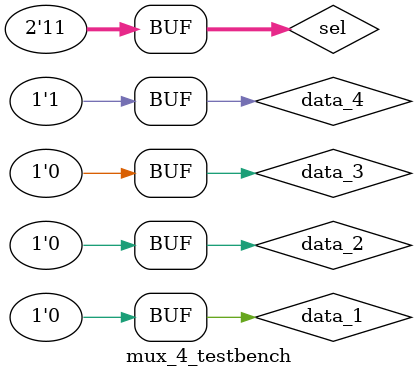
<source format=sv>
`timescale 1ns/10ps
module mux_4(data_1, data_2, data_3, data_4, data_out, sel);

	input logic data_1, data_2, data_3, data_4;
	input logic[1:0] sel;
	
	output logic data_out;
	
	logic d1, d2;
	
	mux2_1 m_1(.data1_in(data_1), .data2_in(data_2), .data_out(d1), .sel(sel[0]));
	mux2_1 m_2(.data1_in(data_3), .data2_in(data_4), .data_out(d2), .sel(sel[0]));
	mux2_1 m_3(.data1_in(d1), .data2_in(d2), .data_out(data_out), .sel(sel[1]));
	
endmodule

module mux_4_testbench();
	logic data_1, data_2, data_3, data_4;
	logic[1:0] sel;
	
	logic data_out;
	
	mux_4 dut(.data_1, .data_2, .data_3, .data_4, .data_out, .sel);
	
	initial begin
		data_1 = 1; data_2 = 0; data_3 = 0; data_4 = 0; sel = 2'b00; #10;
		data_1 = 0; data_2 = 1; data_3 = 0; data_4 = 0; sel = 2'b01; #10;
		data_1 = 0; data_2 = 0; data_3 = 1; data_4 = 0; sel = 2'b10; #10;
		data_1 = 0; data_2 = 0; data_3 = 0; data_4 = 1; sel = 2'b11; #10;
	end
endmodule

</source>
